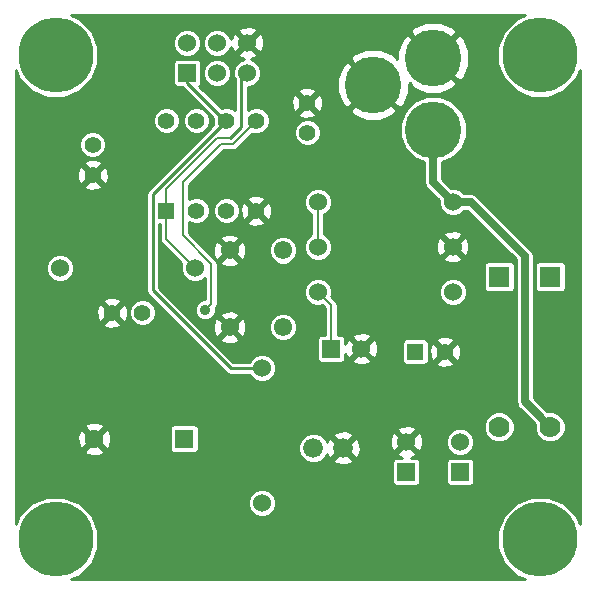
<source format=gbl>
G04 (created by PCBNEW (2013-07-07 BZR 4022)-stable) date 11/10/2014 7:57:12 PM*
%MOIN*%
G04 Gerber Fmt 3.4, Leading zero omitted, Abs format*
%FSLAX34Y34*%
G01*
G70*
G90*
G04 APERTURE LIST*
%ADD10C,0.00590551*%
%ADD11R,0.055X0.055*%
%ADD12C,0.055*%
%ADD13C,0.25*%
%ADD14C,0.189*%
%ADD15C,0.061*%
%ADD16C,0.06*%
%ADD17R,0.06X0.06*%
%ADD18C,0.07*%
%ADD19R,0.07X0.07*%
%ADD20R,0.0629921X0.0629921*%
%ADD21C,0.0629921*%
%ADD22C,0.066*%
%ADD23C,0.035*%
%ADD24C,0.008*%
%ADD25C,0.01*%
%ADD26C,0.025*%
G04 APERTURE END LIST*
G54D10*
G54D11*
X9200Y-10700D03*
G54D12*
X10200Y-10700D03*
X11200Y-10700D03*
X12200Y-10700D03*
X12200Y-7700D03*
X11200Y-7700D03*
X10200Y-7700D03*
X9200Y-7700D03*
G54D13*
X5511Y-21653D03*
X21653Y-21653D03*
X21653Y-5511D03*
X5511Y-5511D03*
G54D12*
X8400Y-14100D03*
X7400Y-14100D03*
X13900Y-8100D03*
X13900Y-7100D03*
X6750Y-8500D03*
X6750Y-9500D03*
G54D14*
X18100Y-5600D03*
X18100Y-8000D03*
X16100Y-6500D03*
G54D15*
X11314Y-14580D03*
X13086Y-14580D03*
X11314Y-12020D03*
X13086Y-12020D03*
G54D16*
X18750Y-10400D03*
X14250Y-10400D03*
X14250Y-11900D03*
X18750Y-11900D03*
X14250Y-13400D03*
X18750Y-13400D03*
G54D17*
X17200Y-19400D03*
G54D16*
X17200Y-18400D03*
G54D17*
X19000Y-19400D03*
G54D16*
X19000Y-18400D03*
G54D17*
X14700Y-15300D03*
G54D16*
X15700Y-15300D03*
G54D18*
X22000Y-17900D03*
G54D19*
X22000Y-12900D03*
G54D18*
X20300Y-17900D03*
G54D19*
X20300Y-12900D03*
G54D17*
X9900Y-6100D03*
G54D16*
X9900Y-5100D03*
X10900Y-6100D03*
X10900Y-5100D03*
X11900Y-6100D03*
X11900Y-5100D03*
G54D11*
X17500Y-15400D03*
G54D12*
X18500Y-15400D03*
G54D16*
X5650Y-12600D03*
X10150Y-12600D03*
G54D20*
X9796Y-18300D03*
G54D21*
X6803Y-18300D03*
G54D16*
X12400Y-15950D03*
X12400Y-20450D03*
G54D22*
X14100Y-18600D03*
X15100Y-18600D03*
G54D23*
X10500Y-14000D03*
G54D24*
X10700Y-13188D02*
X10700Y-12471D01*
X9744Y-11515D02*
X9744Y-11122D01*
X10700Y-12471D02*
X9744Y-11515D01*
X11122Y-8464D02*
X11435Y-8464D01*
X11435Y-8464D02*
X12200Y-7700D01*
X11023Y-8464D02*
X11122Y-8464D01*
X9744Y-9744D02*
X11023Y-8464D01*
X9744Y-11122D02*
X9744Y-9744D01*
X10700Y-13200D02*
X10700Y-13188D01*
X10700Y-13800D02*
X10700Y-13200D01*
X10500Y-14000D02*
X10700Y-13800D01*
G54D25*
X11200Y-7700D02*
X11150Y-7700D01*
X9900Y-6450D02*
X9900Y-6100D01*
X11150Y-7700D02*
X9900Y-6450D01*
X8900Y-10000D02*
X11200Y-7700D01*
X12400Y-15950D02*
X11350Y-15950D01*
X11350Y-15950D02*
X8750Y-13350D01*
X8750Y-10150D02*
X8900Y-10000D01*
X8750Y-13350D02*
X8750Y-10150D01*
G54D24*
X14700Y-15300D02*
X14700Y-13850D01*
X14700Y-13850D02*
X14250Y-13400D01*
X14250Y-11900D02*
X14250Y-10400D01*
X11023Y-8267D02*
X11332Y-8267D01*
X11332Y-8267D02*
X11712Y-7887D01*
X11712Y-6287D02*
X11900Y-6100D01*
X11712Y-7887D02*
X11712Y-6287D01*
X9200Y-10700D02*
X9200Y-9968D01*
X10900Y-8267D02*
X11023Y-8267D01*
X9200Y-9968D02*
X10900Y-8267D01*
G54D25*
X11700Y-7550D02*
X11700Y-6300D01*
X11700Y-7900D02*
X11332Y-8267D01*
X11700Y-7550D02*
X11700Y-7900D01*
X11700Y-6300D02*
X11900Y-6100D01*
G54D24*
X9200Y-10700D02*
X9200Y-11650D01*
X9200Y-11650D02*
X10150Y-12600D01*
G54D26*
X18100Y-8000D02*
X18100Y-9750D01*
X18100Y-9750D02*
X18750Y-10400D01*
X21150Y-13100D02*
X21150Y-12200D01*
X21150Y-13100D02*
X21150Y-17050D01*
X21150Y-17050D02*
X22000Y-17900D01*
X21150Y-12200D02*
X19350Y-10400D01*
X19350Y-10400D02*
X18750Y-10400D01*
X21200Y-17100D02*
X22000Y-17900D01*
G54D24*
X21200Y-17100D02*
X22000Y-17900D01*
G54D10*
G36*
X22983Y-21153D02*
X22858Y-20850D01*
X22520Y-20511D01*
X22520Y-17797D01*
X22520Y-17796D01*
X22520Y-13216D01*
X22520Y-12516D01*
X22494Y-12453D01*
X22446Y-12405D01*
X22383Y-12380D01*
X22316Y-12379D01*
X21616Y-12379D01*
X21553Y-12405D01*
X21505Y-12453D01*
X21480Y-12516D01*
X21479Y-12583D01*
X21479Y-13283D01*
X21505Y-13346D01*
X21553Y-13394D01*
X21616Y-13419D01*
X21683Y-13420D01*
X22383Y-13420D01*
X22446Y-13394D01*
X22494Y-13346D01*
X22519Y-13283D01*
X22520Y-13216D01*
X22520Y-17796D01*
X22441Y-17605D01*
X22294Y-17459D01*
X22103Y-17380D01*
X21897Y-17379D01*
X21445Y-16927D01*
X21445Y-13100D01*
X21445Y-12200D01*
X21422Y-12087D01*
X21358Y-11991D01*
X19558Y-10191D01*
X19462Y-10127D01*
X19350Y-10105D01*
X19295Y-10105D01*
X19295Y-5835D01*
X19294Y-5360D01*
X19114Y-4924D01*
X18951Y-4818D01*
X18881Y-4889D01*
X18881Y-4748D01*
X18775Y-4585D01*
X18335Y-4404D01*
X17860Y-4405D01*
X17424Y-4585D01*
X17318Y-4748D01*
X18100Y-5529D01*
X18881Y-4748D01*
X18881Y-4889D01*
X18170Y-5600D01*
X18951Y-6381D01*
X19114Y-6275D01*
X19295Y-5835D01*
X19295Y-10105D01*
X19119Y-10105D01*
X19016Y-10001D01*
X18843Y-9930D01*
X18697Y-9929D01*
X18395Y-9627D01*
X18395Y-9084D01*
X18730Y-8945D01*
X19044Y-8632D01*
X19214Y-8222D01*
X19215Y-7779D01*
X19045Y-7369D01*
X18881Y-7204D01*
X18881Y-6451D01*
X18100Y-5670D01*
X18094Y-5676D01*
X18029Y-5611D01*
X18023Y-5605D01*
X18029Y-5600D01*
X17248Y-4818D01*
X17085Y-4924D01*
X16904Y-5364D01*
X16905Y-5624D01*
X16881Y-5648D01*
X16775Y-5485D01*
X16335Y-5304D01*
X15860Y-5305D01*
X15424Y-5485D01*
X15318Y-5648D01*
X16100Y-6429D01*
X16105Y-6423D01*
X16176Y-6494D01*
X16170Y-6500D01*
X16951Y-7281D01*
X17114Y-7175D01*
X17295Y-6735D01*
X17294Y-6475D01*
X17318Y-6451D01*
X17424Y-6614D01*
X17864Y-6795D01*
X18339Y-6794D01*
X18775Y-6614D01*
X18881Y-6451D01*
X18881Y-7204D01*
X18732Y-7055D01*
X18322Y-6885D01*
X17879Y-6884D01*
X17469Y-7054D01*
X17155Y-7367D01*
X16985Y-7777D01*
X16984Y-8220D01*
X17154Y-8630D01*
X17467Y-8944D01*
X17805Y-9084D01*
X17805Y-9750D01*
X17827Y-9862D01*
X17891Y-9958D01*
X18280Y-10347D01*
X18279Y-10493D01*
X18351Y-10665D01*
X18483Y-10798D01*
X18656Y-10869D01*
X18843Y-10870D01*
X19015Y-10798D01*
X19119Y-10695D01*
X19227Y-10695D01*
X20855Y-12322D01*
X20855Y-13100D01*
X20855Y-17050D01*
X20877Y-17162D01*
X20941Y-17258D01*
X20991Y-17308D01*
X21480Y-17797D01*
X21479Y-18002D01*
X21558Y-18194D01*
X21705Y-18340D01*
X21896Y-18419D01*
X22102Y-18420D01*
X22294Y-18341D01*
X22440Y-18194D01*
X22519Y-18003D01*
X22520Y-17797D01*
X22520Y-20511D01*
X22458Y-20450D01*
X21937Y-20233D01*
X21372Y-20233D01*
X20850Y-20449D01*
X20820Y-20479D01*
X20820Y-17797D01*
X20820Y-17796D01*
X20820Y-13216D01*
X20820Y-12516D01*
X20794Y-12453D01*
X20746Y-12405D01*
X20683Y-12380D01*
X20616Y-12379D01*
X19916Y-12379D01*
X19853Y-12405D01*
X19805Y-12453D01*
X19780Y-12516D01*
X19779Y-12583D01*
X19779Y-13283D01*
X19805Y-13346D01*
X19853Y-13394D01*
X19916Y-13419D01*
X19983Y-13420D01*
X20683Y-13420D01*
X20746Y-13394D01*
X20794Y-13346D01*
X20819Y-13283D01*
X20820Y-13216D01*
X20820Y-17796D01*
X20741Y-17605D01*
X20594Y-17459D01*
X20403Y-17380D01*
X20197Y-17379D01*
X20005Y-17458D01*
X19859Y-17605D01*
X19780Y-17796D01*
X19779Y-18002D01*
X19858Y-18194D01*
X20005Y-18340D01*
X20196Y-18419D01*
X20402Y-18420D01*
X20594Y-18341D01*
X20740Y-18194D01*
X20819Y-18003D01*
X20820Y-17797D01*
X20820Y-20479D01*
X20450Y-20848D01*
X20233Y-21369D01*
X20233Y-21934D01*
X20449Y-22456D01*
X20848Y-22856D01*
X21153Y-22983D01*
X19470Y-22983D01*
X19470Y-18306D01*
X19398Y-18134D01*
X19304Y-18040D01*
X19304Y-11981D01*
X19293Y-11763D01*
X19231Y-11612D01*
X19135Y-11584D01*
X19065Y-11655D01*
X19065Y-11514D01*
X19037Y-11418D01*
X18831Y-11345D01*
X18613Y-11356D01*
X18462Y-11418D01*
X18434Y-11514D01*
X18750Y-11829D01*
X19065Y-11514D01*
X19065Y-11655D01*
X18820Y-11900D01*
X19135Y-12215D01*
X19231Y-12187D01*
X19304Y-11981D01*
X19304Y-18040D01*
X19266Y-18001D01*
X19220Y-17982D01*
X19220Y-13306D01*
X19148Y-13134D01*
X19065Y-13050D01*
X19065Y-12285D01*
X18750Y-11970D01*
X18679Y-12041D01*
X18679Y-11900D01*
X18364Y-11584D01*
X18268Y-11612D01*
X18195Y-11818D01*
X18206Y-12036D01*
X18268Y-12187D01*
X18364Y-12215D01*
X18679Y-11900D01*
X18679Y-12041D01*
X18434Y-12285D01*
X18462Y-12381D01*
X18668Y-12454D01*
X18886Y-12443D01*
X19037Y-12381D01*
X19065Y-12285D01*
X19065Y-13050D01*
X19016Y-13001D01*
X18843Y-12930D01*
X18656Y-12929D01*
X18484Y-13001D01*
X18351Y-13133D01*
X18280Y-13306D01*
X18279Y-13493D01*
X18351Y-13665D01*
X18483Y-13798D01*
X18656Y-13869D01*
X18843Y-13870D01*
X19015Y-13798D01*
X19148Y-13666D01*
X19219Y-13493D01*
X19220Y-13306D01*
X19220Y-17982D01*
X19093Y-17930D01*
X19029Y-17930D01*
X19029Y-15475D01*
X19018Y-15267D01*
X18960Y-15127D01*
X18867Y-15102D01*
X18797Y-15173D01*
X18797Y-15032D01*
X18772Y-14939D01*
X18575Y-14870D01*
X18367Y-14881D01*
X18227Y-14939D01*
X18202Y-15032D01*
X18500Y-15329D01*
X18797Y-15032D01*
X18797Y-15173D01*
X18570Y-15400D01*
X18867Y-15697D01*
X18960Y-15672D01*
X19029Y-15475D01*
X19029Y-17930D01*
X18906Y-17929D01*
X18797Y-17975D01*
X18797Y-15767D01*
X18500Y-15470D01*
X18429Y-15541D01*
X18429Y-15400D01*
X18132Y-15102D01*
X18039Y-15127D01*
X17970Y-15324D01*
X17981Y-15532D01*
X18039Y-15672D01*
X18132Y-15697D01*
X18429Y-15400D01*
X18429Y-15541D01*
X18202Y-15767D01*
X18227Y-15860D01*
X18424Y-15929D01*
X18632Y-15918D01*
X18772Y-15860D01*
X18797Y-15767D01*
X18797Y-17975D01*
X18734Y-18001D01*
X18601Y-18133D01*
X18530Y-18306D01*
X18529Y-18493D01*
X18601Y-18665D01*
X18733Y-18798D01*
X18906Y-18869D01*
X19093Y-18870D01*
X19265Y-18798D01*
X19398Y-18666D01*
X19469Y-18493D01*
X19470Y-18306D01*
X19470Y-22983D01*
X19470Y-22983D01*
X19470Y-19666D01*
X19470Y-19066D01*
X19444Y-19003D01*
X19396Y-18955D01*
X19333Y-18930D01*
X19266Y-18929D01*
X18666Y-18929D01*
X18603Y-18955D01*
X18555Y-19003D01*
X18530Y-19066D01*
X18529Y-19133D01*
X18529Y-19733D01*
X18555Y-19796D01*
X18603Y-19844D01*
X18666Y-19869D01*
X18733Y-19870D01*
X19333Y-19870D01*
X19396Y-19844D01*
X19444Y-19796D01*
X19469Y-19733D01*
X19470Y-19666D01*
X19470Y-22983D01*
X17945Y-22983D01*
X17945Y-15641D01*
X17945Y-15091D01*
X17919Y-15028D01*
X17871Y-14980D01*
X17808Y-14955D01*
X17741Y-14954D01*
X17191Y-14954D01*
X17128Y-14980D01*
X17080Y-15028D01*
X17055Y-15091D01*
X17054Y-15158D01*
X17054Y-15708D01*
X17080Y-15771D01*
X17128Y-15819D01*
X17191Y-15844D01*
X17258Y-15845D01*
X17808Y-15845D01*
X17871Y-15819D01*
X17919Y-15771D01*
X17944Y-15708D01*
X17945Y-15641D01*
X17945Y-22983D01*
X17754Y-22983D01*
X17754Y-18481D01*
X17743Y-18263D01*
X17681Y-18112D01*
X17585Y-18084D01*
X17515Y-18155D01*
X17515Y-18014D01*
X17487Y-17918D01*
X17281Y-17845D01*
X17063Y-17856D01*
X16912Y-17918D01*
X16884Y-18014D01*
X17200Y-18329D01*
X17515Y-18014D01*
X17515Y-18155D01*
X17270Y-18400D01*
X17585Y-18715D01*
X17681Y-18687D01*
X17754Y-18481D01*
X17754Y-22983D01*
X17670Y-22983D01*
X17670Y-19666D01*
X17670Y-19066D01*
X17644Y-19003D01*
X17596Y-18955D01*
X17533Y-18930D01*
X17466Y-18929D01*
X17370Y-18929D01*
X17487Y-18881D01*
X17515Y-18785D01*
X17200Y-18470D01*
X17129Y-18541D01*
X17129Y-18400D01*
X16881Y-18151D01*
X16881Y-7351D01*
X16100Y-6570D01*
X16029Y-6641D01*
X16029Y-6500D01*
X15248Y-5718D01*
X15085Y-5824D01*
X14904Y-6264D01*
X14905Y-6739D01*
X15085Y-7175D01*
X15248Y-7281D01*
X16029Y-6500D01*
X16029Y-6641D01*
X15318Y-7351D01*
X15424Y-7514D01*
X15864Y-7695D01*
X16339Y-7694D01*
X16775Y-7514D01*
X16881Y-7351D01*
X16881Y-18151D01*
X16814Y-18084D01*
X16718Y-18112D01*
X16645Y-18318D01*
X16656Y-18536D01*
X16718Y-18687D01*
X16814Y-18715D01*
X17129Y-18400D01*
X17129Y-18541D01*
X16884Y-18785D01*
X16912Y-18881D01*
X17048Y-18929D01*
X16866Y-18929D01*
X16803Y-18955D01*
X16755Y-19003D01*
X16730Y-19066D01*
X16729Y-19133D01*
X16729Y-19733D01*
X16755Y-19796D01*
X16803Y-19844D01*
X16866Y-19869D01*
X16933Y-19870D01*
X17533Y-19870D01*
X17596Y-19844D01*
X17644Y-19796D01*
X17669Y-19733D01*
X17670Y-19666D01*
X17670Y-22983D01*
X16254Y-22983D01*
X16254Y-15381D01*
X16243Y-15163D01*
X16181Y-15012D01*
X16085Y-14984D01*
X16015Y-15055D01*
X16015Y-14914D01*
X15987Y-14818D01*
X15781Y-14745D01*
X15563Y-14756D01*
X15412Y-14818D01*
X15384Y-14914D01*
X15700Y-15229D01*
X16015Y-14914D01*
X16015Y-15055D01*
X15770Y-15300D01*
X16085Y-15615D01*
X16181Y-15587D01*
X16254Y-15381D01*
X16254Y-22983D01*
X16015Y-22983D01*
X16015Y-15685D01*
X15700Y-15370D01*
X15629Y-15441D01*
X15629Y-15300D01*
X15314Y-14984D01*
X15218Y-15012D01*
X15170Y-15148D01*
X15170Y-14966D01*
X15144Y-14903D01*
X15096Y-14855D01*
X15033Y-14830D01*
X14966Y-14829D01*
X14910Y-14829D01*
X14910Y-13850D01*
X14894Y-13769D01*
X14848Y-13701D01*
X14696Y-13549D01*
X14719Y-13493D01*
X14720Y-13306D01*
X14720Y-11806D01*
X14648Y-11634D01*
X14516Y-11501D01*
X14460Y-11478D01*
X14460Y-10821D01*
X14515Y-10798D01*
X14648Y-10666D01*
X14719Y-10493D01*
X14720Y-10306D01*
X14648Y-10134D01*
X14516Y-10001D01*
X14429Y-9965D01*
X14429Y-7175D01*
X14418Y-6967D01*
X14360Y-6827D01*
X14267Y-6802D01*
X14197Y-6873D01*
X14197Y-6732D01*
X14172Y-6639D01*
X13975Y-6570D01*
X13767Y-6581D01*
X13627Y-6639D01*
X13602Y-6732D01*
X13900Y-7029D01*
X14197Y-6732D01*
X14197Y-6873D01*
X13970Y-7100D01*
X14267Y-7397D01*
X14360Y-7372D01*
X14429Y-7175D01*
X14429Y-9965D01*
X14345Y-9930D01*
X14345Y-8011D01*
X14277Y-7848D01*
X14197Y-7767D01*
X14197Y-7467D01*
X13900Y-7170D01*
X13829Y-7241D01*
X13829Y-7100D01*
X13532Y-6802D01*
X13439Y-6827D01*
X13370Y-7024D01*
X13381Y-7232D01*
X13439Y-7372D01*
X13532Y-7397D01*
X13829Y-7100D01*
X13829Y-7241D01*
X13602Y-7467D01*
X13627Y-7560D01*
X13824Y-7629D01*
X14032Y-7618D01*
X14172Y-7560D01*
X14197Y-7467D01*
X14197Y-7767D01*
X14152Y-7722D01*
X13988Y-7655D01*
X13811Y-7654D01*
X13648Y-7722D01*
X13522Y-7847D01*
X13455Y-8011D01*
X13454Y-8188D01*
X13522Y-8351D01*
X13647Y-8477D01*
X13811Y-8544D01*
X13988Y-8545D01*
X14151Y-8477D01*
X14277Y-8352D01*
X14344Y-8188D01*
X14345Y-8011D01*
X14345Y-9930D01*
X14343Y-9930D01*
X14156Y-9929D01*
X13984Y-10001D01*
X13851Y-10133D01*
X13780Y-10306D01*
X13779Y-10493D01*
X13851Y-10665D01*
X13983Y-10798D01*
X14040Y-10821D01*
X14040Y-11478D01*
X13984Y-11501D01*
X13851Y-11633D01*
X13780Y-11806D01*
X13779Y-11993D01*
X13851Y-12165D01*
X13983Y-12298D01*
X14156Y-12369D01*
X14343Y-12370D01*
X14515Y-12298D01*
X14648Y-12166D01*
X14719Y-11993D01*
X14720Y-11806D01*
X14720Y-13306D01*
X14648Y-13134D01*
X14516Y-13001D01*
X14343Y-12930D01*
X14156Y-12929D01*
X13984Y-13001D01*
X13851Y-13133D01*
X13780Y-13306D01*
X13779Y-13493D01*
X13851Y-13665D01*
X13983Y-13798D01*
X14156Y-13869D01*
X14343Y-13870D01*
X14399Y-13846D01*
X14490Y-13936D01*
X14490Y-14829D01*
X14366Y-14829D01*
X14303Y-14855D01*
X14255Y-14903D01*
X14230Y-14966D01*
X14229Y-15033D01*
X14229Y-15633D01*
X14255Y-15696D01*
X14303Y-15744D01*
X14366Y-15769D01*
X14433Y-15770D01*
X15033Y-15770D01*
X15096Y-15744D01*
X15144Y-15696D01*
X15169Y-15633D01*
X15170Y-15566D01*
X15170Y-15470D01*
X15218Y-15587D01*
X15314Y-15615D01*
X15629Y-15300D01*
X15629Y-15441D01*
X15384Y-15685D01*
X15412Y-15781D01*
X15618Y-15854D01*
X15836Y-15843D01*
X15987Y-15781D01*
X16015Y-15685D01*
X16015Y-22983D01*
X15684Y-22983D01*
X15684Y-18688D01*
X15674Y-18458D01*
X15606Y-18294D01*
X15507Y-18263D01*
X15436Y-18333D01*
X15436Y-18192D01*
X15405Y-18093D01*
X15188Y-18015D01*
X14958Y-18025D01*
X14794Y-18093D01*
X14763Y-18192D01*
X15100Y-18529D01*
X15436Y-18192D01*
X15436Y-18333D01*
X15170Y-18600D01*
X15507Y-18936D01*
X15606Y-18905D01*
X15684Y-18688D01*
X15684Y-22983D01*
X15436Y-22983D01*
X15436Y-19007D01*
X15100Y-18670D01*
X15029Y-18741D01*
X15029Y-18600D01*
X14692Y-18263D01*
X14593Y-18294D01*
X14556Y-18396D01*
X14524Y-18317D01*
X14383Y-18176D01*
X14199Y-18100D01*
X14000Y-18099D01*
X13817Y-18175D01*
X13676Y-18316D01*
X13600Y-18500D01*
X13599Y-18699D01*
X13675Y-18882D01*
X13816Y-19023D01*
X14000Y-19099D01*
X14199Y-19100D01*
X14382Y-19024D01*
X14523Y-18883D01*
X14554Y-18810D01*
X14593Y-18905D01*
X14692Y-18936D01*
X15029Y-18600D01*
X15029Y-18741D01*
X14763Y-19007D01*
X14794Y-19106D01*
X15011Y-19184D01*
X15241Y-19174D01*
X15405Y-19106D01*
X15436Y-19007D01*
X15436Y-22983D01*
X13561Y-22983D01*
X13561Y-14485D01*
X13561Y-11925D01*
X13488Y-11751D01*
X13355Y-11617D01*
X13180Y-11545D01*
X12991Y-11544D01*
X12817Y-11617D01*
X12729Y-11704D01*
X12729Y-10775D01*
X12718Y-10567D01*
X12660Y-10427D01*
X12567Y-10402D01*
X12497Y-10473D01*
X12497Y-10332D01*
X12472Y-10239D01*
X12275Y-10170D01*
X12067Y-10181D01*
X11927Y-10239D01*
X11902Y-10332D01*
X12200Y-10629D01*
X12497Y-10332D01*
X12497Y-10473D01*
X12270Y-10700D01*
X12567Y-10997D01*
X12660Y-10972D01*
X12729Y-10775D01*
X12729Y-11704D01*
X12683Y-11750D01*
X12611Y-11925D01*
X12610Y-12114D01*
X12683Y-12288D01*
X12816Y-12422D01*
X12991Y-12494D01*
X13180Y-12495D01*
X13354Y-12422D01*
X13488Y-12289D01*
X13560Y-12114D01*
X13561Y-11925D01*
X13561Y-14485D01*
X13488Y-14311D01*
X13355Y-14177D01*
X13180Y-14105D01*
X12991Y-14104D01*
X12817Y-14177D01*
X12683Y-14310D01*
X12611Y-14485D01*
X12610Y-14674D01*
X12683Y-14848D01*
X12816Y-14982D01*
X12991Y-15054D01*
X13180Y-15055D01*
X13354Y-14982D01*
X13488Y-14849D01*
X13560Y-14674D01*
X13561Y-14485D01*
X13561Y-22983D01*
X12870Y-22983D01*
X12870Y-20356D01*
X12870Y-15856D01*
X12798Y-15684D01*
X12666Y-15551D01*
X12497Y-15481D01*
X12497Y-11067D01*
X12200Y-10770D01*
X12129Y-10841D01*
X12129Y-10700D01*
X11832Y-10402D01*
X11739Y-10427D01*
X11670Y-10624D01*
X11681Y-10832D01*
X11739Y-10972D01*
X11832Y-10997D01*
X12129Y-10700D01*
X12129Y-10841D01*
X11902Y-11067D01*
X11927Y-11160D01*
X12124Y-11229D01*
X12332Y-11218D01*
X12472Y-11160D01*
X12497Y-11067D01*
X12497Y-15481D01*
X12493Y-15480D01*
X12306Y-15479D01*
X12134Y-15551D01*
X12001Y-15683D01*
X11982Y-15730D01*
X11873Y-15730D01*
X11873Y-14662D01*
X11873Y-12102D01*
X11862Y-11882D01*
X11799Y-11729D01*
X11703Y-11701D01*
X11645Y-11759D01*
X11645Y-10611D01*
X11577Y-10448D01*
X11452Y-10322D01*
X11288Y-10255D01*
X11111Y-10254D01*
X10948Y-10322D01*
X10822Y-10447D01*
X10755Y-10611D01*
X10754Y-10788D01*
X10822Y-10951D01*
X10947Y-11077D01*
X11111Y-11144D01*
X11288Y-11145D01*
X11451Y-11077D01*
X11577Y-10952D01*
X11644Y-10788D01*
X11645Y-10611D01*
X11645Y-11759D01*
X11632Y-11771D01*
X11632Y-11630D01*
X11604Y-11534D01*
X11396Y-11460D01*
X11176Y-11471D01*
X11023Y-11534D01*
X10995Y-11630D01*
X11314Y-11949D01*
X11632Y-11630D01*
X11632Y-11771D01*
X11384Y-12020D01*
X11703Y-12338D01*
X11799Y-12310D01*
X11873Y-12102D01*
X11873Y-14662D01*
X11862Y-14442D01*
X11799Y-14289D01*
X11703Y-14261D01*
X11632Y-14331D01*
X11632Y-14190D01*
X11632Y-12409D01*
X11314Y-12090D01*
X10995Y-12409D01*
X11023Y-12505D01*
X11231Y-12579D01*
X11451Y-12568D01*
X11604Y-12505D01*
X11632Y-12409D01*
X11632Y-14190D01*
X11604Y-14094D01*
X11396Y-14020D01*
X11176Y-14031D01*
X11023Y-14094D01*
X10995Y-14190D01*
X11314Y-14509D01*
X11632Y-14190D01*
X11632Y-14331D01*
X11384Y-14580D01*
X11703Y-14898D01*
X11799Y-14870D01*
X11873Y-14662D01*
X11873Y-15730D01*
X11632Y-15730D01*
X11632Y-14969D01*
X11314Y-14650D01*
X11243Y-14721D01*
X11243Y-14580D01*
X10924Y-14261D01*
X10828Y-14289D01*
X10754Y-14497D01*
X10765Y-14717D01*
X10828Y-14870D01*
X10924Y-14898D01*
X11243Y-14580D01*
X11243Y-14721D01*
X10995Y-14969D01*
X11023Y-15065D01*
X11231Y-15139D01*
X11451Y-15128D01*
X11604Y-15065D01*
X11632Y-14969D01*
X11632Y-15730D01*
X11441Y-15730D01*
X8970Y-13258D01*
X8970Y-11145D01*
X8990Y-11145D01*
X8990Y-11650D01*
X9005Y-11730D01*
X9051Y-11798D01*
X9703Y-12450D01*
X9680Y-12506D01*
X9679Y-12693D01*
X9751Y-12865D01*
X9883Y-12998D01*
X10056Y-13069D01*
X10243Y-13070D01*
X10415Y-12998D01*
X10490Y-12924D01*
X10490Y-13188D01*
X10490Y-13200D01*
X10490Y-13654D01*
X10431Y-13654D01*
X10304Y-13707D01*
X10207Y-13804D01*
X10155Y-13931D01*
X10154Y-14068D01*
X10207Y-14195D01*
X10304Y-14292D01*
X10431Y-14344D01*
X10568Y-14345D01*
X10695Y-14292D01*
X10792Y-14195D01*
X10844Y-14068D01*
X10845Y-13951D01*
X10848Y-13948D01*
X10848Y-13948D01*
X10848Y-13948D01*
X10875Y-13907D01*
X10894Y-13880D01*
X10894Y-13880D01*
X10910Y-13800D01*
X10910Y-13200D01*
X10910Y-13188D01*
X10910Y-12471D01*
X10894Y-12391D01*
X10894Y-12391D01*
X10848Y-12323D01*
X10848Y-12323D01*
X10839Y-12313D01*
X10924Y-12338D01*
X11243Y-12020D01*
X10924Y-11701D01*
X10828Y-11729D01*
X10754Y-11937D01*
X10765Y-12157D01*
X10823Y-12297D01*
X9954Y-11428D01*
X9954Y-11122D01*
X9954Y-11079D01*
X10111Y-11144D01*
X10288Y-11145D01*
X10451Y-11077D01*
X10577Y-10952D01*
X10644Y-10788D01*
X10645Y-10611D01*
X10577Y-10448D01*
X10452Y-10322D01*
X10288Y-10255D01*
X10111Y-10254D01*
X9954Y-10320D01*
X9954Y-9831D01*
X11110Y-8674D01*
X11122Y-8674D01*
X11435Y-8674D01*
X11515Y-8658D01*
X11583Y-8613D01*
X12069Y-8127D01*
X12111Y-8144D01*
X12288Y-8145D01*
X12451Y-8077D01*
X12577Y-7952D01*
X12644Y-7788D01*
X12645Y-7611D01*
X12577Y-7448D01*
X12454Y-7325D01*
X12454Y-5181D01*
X12443Y-4963D01*
X12381Y-4812D01*
X12285Y-4784D01*
X12215Y-4855D01*
X12215Y-4714D01*
X12187Y-4618D01*
X11981Y-4545D01*
X11763Y-4556D01*
X11612Y-4618D01*
X11584Y-4714D01*
X11900Y-5029D01*
X12215Y-4714D01*
X12215Y-4855D01*
X11970Y-5100D01*
X12285Y-5415D01*
X12381Y-5387D01*
X12454Y-5181D01*
X12454Y-7325D01*
X12452Y-7322D01*
X12288Y-7255D01*
X12111Y-7254D01*
X11948Y-7322D01*
X11922Y-7348D01*
X11922Y-6570D01*
X11993Y-6570D01*
X12165Y-6498D01*
X12298Y-6366D01*
X12369Y-6193D01*
X12370Y-6006D01*
X12298Y-5834D01*
X12166Y-5701D01*
X12028Y-5644D01*
X12036Y-5643D01*
X12187Y-5581D01*
X12215Y-5485D01*
X11900Y-5170D01*
X11829Y-5241D01*
X11829Y-5100D01*
X11514Y-4784D01*
X11418Y-4812D01*
X11358Y-4979D01*
X11298Y-4834D01*
X11166Y-4701D01*
X10993Y-4630D01*
X10806Y-4629D01*
X10634Y-4701D01*
X10501Y-4833D01*
X10430Y-5006D01*
X10429Y-5193D01*
X10501Y-5365D01*
X10633Y-5498D01*
X10806Y-5569D01*
X10993Y-5570D01*
X11165Y-5498D01*
X11298Y-5366D01*
X11355Y-5228D01*
X11356Y-5236D01*
X11418Y-5387D01*
X11514Y-5415D01*
X11829Y-5100D01*
X11829Y-5241D01*
X11584Y-5485D01*
X11612Y-5581D01*
X11779Y-5641D01*
X11634Y-5701D01*
X11501Y-5833D01*
X11430Y-6006D01*
X11429Y-6193D01*
X11480Y-6314D01*
X11480Y-7350D01*
X11452Y-7322D01*
X11370Y-7288D01*
X11370Y-6006D01*
X11298Y-5834D01*
X11166Y-5701D01*
X10993Y-5630D01*
X10806Y-5629D01*
X10634Y-5701D01*
X10501Y-5833D01*
X10430Y-6006D01*
X10429Y-6193D01*
X10501Y-6365D01*
X10633Y-6498D01*
X10806Y-6569D01*
X10993Y-6570D01*
X11165Y-6498D01*
X11298Y-6366D01*
X11369Y-6193D01*
X11370Y-6006D01*
X11370Y-7288D01*
X11288Y-7255D01*
X11111Y-7254D01*
X11044Y-7282D01*
X10370Y-6608D01*
X10370Y-5006D01*
X10298Y-4834D01*
X10166Y-4701D01*
X9993Y-4630D01*
X9806Y-4629D01*
X9634Y-4701D01*
X9501Y-4833D01*
X9430Y-5006D01*
X9429Y-5193D01*
X9501Y-5365D01*
X9633Y-5498D01*
X9806Y-5569D01*
X9993Y-5570D01*
X10165Y-5498D01*
X10298Y-5366D01*
X10369Y-5193D01*
X10370Y-5006D01*
X10370Y-6608D01*
X10300Y-6539D01*
X10344Y-6496D01*
X10369Y-6433D01*
X10370Y-6366D01*
X10370Y-5766D01*
X10344Y-5703D01*
X10296Y-5655D01*
X10233Y-5630D01*
X10166Y-5629D01*
X9566Y-5629D01*
X9503Y-5655D01*
X9455Y-5703D01*
X9430Y-5766D01*
X9429Y-5833D01*
X9429Y-6433D01*
X9455Y-6496D01*
X9503Y-6544D01*
X9566Y-6569D01*
X9633Y-6570D01*
X9720Y-6570D01*
X9720Y-6570D01*
X9744Y-6605D01*
X10755Y-7616D01*
X10754Y-7788D01*
X10768Y-7820D01*
X10645Y-7943D01*
X10645Y-7611D01*
X10577Y-7448D01*
X10452Y-7322D01*
X10288Y-7255D01*
X10111Y-7254D01*
X9948Y-7322D01*
X9822Y-7447D01*
X9755Y-7611D01*
X9754Y-7788D01*
X9822Y-7951D01*
X9947Y-8077D01*
X10111Y-8144D01*
X10288Y-8145D01*
X10451Y-8077D01*
X10577Y-7952D01*
X10644Y-7788D01*
X10645Y-7611D01*
X10645Y-7943D01*
X9645Y-8943D01*
X9645Y-7611D01*
X9577Y-7448D01*
X9452Y-7322D01*
X9288Y-7255D01*
X9111Y-7254D01*
X8948Y-7322D01*
X8822Y-7447D01*
X8755Y-7611D01*
X8754Y-7788D01*
X8822Y-7951D01*
X8947Y-8077D01*
X9111Y-8144D01*
X9288Y-8145D01*
X9451Y-8077D01*
X9577Y-7952D01*
X9644Y-7788D01*
X9645Y-7611D01*
X9645Y-8943D01*
X8744Y-9844D01*
X8744Y-9844D01*
X8594Y-9994D01*
X8546Y-10065D01*
X8530Y-10150D01*
X8530Y-13350D01*
X8546Y-13434D01*
X8594Y-13505D01*
X11194Y-16105D01*
X11194Y-16105D01*
X11230Y-16129D01*
X11265Y-16153D01*
X11265Y-16153D01*
X11350Y-16170D01*
X11982Y-16170D01*
X12001Y-16215D01*
X12133Y-16348D01*
X12306Y-16419D01*
X12493Y-16420D01*
X12665Y-16348D01*
X12798Y-16216D01*
X12869Y-16043D01*
X12870Y-15856D01*
X12870Y-20356D01*
X12798Y-20184D01*
X12666Y-20051D01*
X12493Y-19980D01*
X12306Y-19979D01*
X12134Y-20051D01*
X12001Y-20183D01*
X11930Y-20356D01*
X11929Y-20543D01*
X12001Y-20715D01*
X12133Y-20848D01*
X12306Y-20919D01*
X12493Y-20920D01*
X12665Y-20848D01*
X12798Y-20716D01*
X12869Y-20543D01*
X12870Y-20356D01*
X12870Y-22983D01*
X10281Y-22983D01*
X10281Y-18581D01*
X10281Y-17951D01*
X10255Y-17888D01*
X10207Y-17841D01*
X10144Y-17815D01*
X10077Y-17815D01*
X9447Y-17815D01*
X9384Y-17840D01*
X9337Y-17888D01*
X9311Y-17951D01*
X9311Y-18018D01*
X9311Y-18648D01*
X9336Y-18711D01*
X9384Y-18758D01*
X9447Y-18784D01*
X9514Y-18784D01*
X10144Y-18784D01*
X10207Y-18759D01*
X10255Y-18711D01*
X10280Y-18648D01*
X10281Y-18581D01*
X10281Y-22983D01*
X8845Y-22983D01*
X8845Y-14011D01*
X8777Y-13848D01*
X8652Y-13722D01*
X8488Y-13655D01*
X8311Y-13654D01*
X8148Y-13722D01*
X8022Y-13847D01*
X7955Y-14011D01*
X7954Y-14188D01*
X8022Y-14351D01*
X8147Y-14477D01*
X8311Y-14544D01*
X8488Y-14545D01*
X8651Y-14477D01*
X8777Y-14352D01*
X8844Y-14188D01*
X8845Y-14011D01*
X8845Y-22983D01*
X7929Y-22983D01*
X7929Y-14175D01*
X7918Y-13967D01*
X7860Y-13827D01*
X7767Y-13802D01*
X7697Y-13873D01*
X7697Y-13732D01*
X7672Y-13639D01*
X7475Y-13570D01*
X7279Y-13580D01*
X7279Y-9575D01*
X7268Y-9367D01*
X7210Y-9227D01*
X7195Y-9223D01*
X7195Y-8411D01*
X7127Y-8248D01*
X7002Y-8122D01*
X6838Y-8055D01*
X6661Y-8054D01*
X6498Y-8122D01*
X6372Y-8247D01*
X6305Y-8411D01*
X6304Y-8588D01*
X6372Y-8751D01*
X6497Y-8877D01*
X6661Y-8944D01*
X6838Y-8945D01*
X7001Y-8877D01*
X7127Y-8752D01*
X7194Y-8588D01*
X7195Y-8411D01*
X7195Y-9223D01*
X7117Y-9202D01*
X7047Y-9273D01*
X7047Y-9132D01*
X7022Y-9039D01*
X6825Y-8970D01*
X6617Y-8981D01*
X6477Y-9039D01*
X6452Y-9132D01*
X6750Y-9429D01*
X7047Y-9132D01*
X7047Y-9273D01*
X6820Y-9500D01*
X7117Y-9797D01*
X7210Y-9772D01*
X7279Y-9575D01*
X7279Y-13580D01*
X7267Y-13581D01*
X7127Y-13639D01*
X7102Y-13732D01*
X7400Y-14029D01*
X7697Y-13732D01*
X7697Y-13873D01*
X7470Y-14100D01*
X7767Y-14397D01*
X7860Y-14372D01*
X7929Y-14175D01*
X7929Y-22983D01*
X7697Y-22983D01*
X7697Y-14467D01*
X7400Y-14170D01*
X7329Y-14241D01*
X7329Y-14100D01*
X7047Y-13817D01*
X7047Y-9867D01*
X6750Y-9570D01*
X6679Y-9641D01*
X6679Y-9500D01*
X6382Y-9202D01*
X6289Y-9227D01*
X6220Y-9424D01*
X6231Y-9632D01*
X6289Y-9772D01*
X6382Y-9797D01*
X6679Y-9500D01*
X6679Y-9641D01*
X6452Y-9867D01*
X6477Y-9960D01*
X6674Y-10029D01*
X6882Y-10018D01*
X7022Y-9960D01*
X7047Y-9867D01*
X7047Y-13817D01*
X7032Y-13802D01*
X6939Y-13827D01*
X6870Y-14024D01*
X6881Y-14232D01*
X6939Y-14372D01*
X7032Y-14397D01*
X7329Y-14100D01*
X7329Y-14241D01*
X7102Y-14467D01*
X7127Y-14560D01*
X7324Y-14629D01*
X7532Y-14618D01*
X7672Y-14560D01*
X7697Y-14467D01*
X7697Y-22983D01*
X7373Y-22983D01*
X7373Y-18385D01*
X7362Y-18160D01*
X7297Y-18003D01*
X7200Y-17973D01*
X7129Y-18044D01*
X7129Y-17903D01*
X7100Y-17806D01*
X6889Y-17730D01*
X6664Y-17741D01*
X6507Y-17806D01*
X6477Y-17903D01*
X6803Y-18229D01*
X7129Y-17903D01*
X7129Y-18044D01*
X6874Y-18300D01*
X7200Y-18626D01*
X7297Y-18596D01*
X7373Y-18385D01*
X7373Y-22983D01*
X7129Y-22983D01*
X7129Y-18696D01*
X6803Y-18370D01*
X6733Y-18441D01*
X6733Y-18300D01*
X6407Y-17973D01*
X6310Y-18003D01*
X6234Y-18214D01*
X6244Y-18439D01*
X6310Y-18596D01*
X6407Y-18626D01*
X6733Y-18300D01*
X6733Y-18441D01*
X6477Y-18696D01*
X6507Y-18793D01*
X6718Y-18869D01*
X6943Y-18858D01*
X7100Y-18793D01*
X7129Y-18696D01*
X7129Y-22983D01*
X6011Y-22983D01*
X6315Y-22858D01*
X6714Y-22458D01*
X6931Y-21937D01*
X6932Y-21372D01*
X6716Y-20850D01*
X6317Y-20450D01*
X6120Y-20368D01*
X6120Y-12506D01*
X6048Y-12334D01*
X5916Y-12201D01*
X5743Y-12130D01*
X5556Y-12129D01*
X5384Y-12201D01*
X5251Y-12333D01*
X5180Y-12506D01*
X5179Y-12693D01*
X5251Y-12865D01*
X5383Y-12998D01*
X5556Y-13069D01*
X5743Y-13070D01*
X5915Y-12998D01*
X6048Y-12866D01*
X6119Y-12693D01*
X6120Y-12506D01*
X6120Y-20368D01*
X5795Y-20233D01*
X5230Y-20233D01*
X4708Y-20449D01*
X4308Y-20848D01*
X4182Y-21153D01*
X4182Y-6011D01*
X4307Y-6315D01*
X4706Y-6714D01*
X5228Y-6931D01*
X5793Y-6932D01*
X6315Y-6716D01*
X6714Y-6317D01*
X6931Y-5795D01*
X6932Y-5230D01*
X6716Y-4708D01*
X6317Y-4308D01*
X6012Y-4182D01*
X21153Y-4182D01*
X20850Y-4307D01*
X20450Y-4706D01*
X20233Y-5228D01*
X20233Y-5793D01*
X20449Y-6315D01*
X20848Y-6714D01*
X21369Y-6931D01*
X21934Y-6932D01*
X22456Y-6716D01*
X22856Y-6317D01*
X22983Y-6012D01*
X22983Y-21153D01*
X22983Y-21153D01*
G37*
G54D25*
X22983Y-21153D02*
X22858Y-20850D01*
X22520Y-20511D01*
X22520Y-17797D01*
X22520Y-17796D01*
X22520Y-13216D01*
X22520Y-12516D01*
X22494Y-12453D01*
X22446Y-12405D01*
X22383Y-12380D01*
X22316Y-12379D01*
X21616Y-12379D01*
X21553Y-12405D01*
X21505Y-12453D01*
X21480Y-12516D01*
X21479Y-12583D01*
X21479Y-13283D01*
X21505Y-13346D01*
X21553Y-13394D01*
X21616Y-13419D01*
X21683Y-13420D01*
X22383Y-13420D01*
X22446Y-13394D01*
X22494Y-13346D01*
X22519Y-13283D01*
X22520Y-13216D01*
X22520Y-17796D01*
X22441Y-17605D01*
X22294Y-17459D01*
X22103Y-17380D01*
X21897Y-17379D01*
X21445Y-16927D01*
X21445Y-13100D01*
X21445Y-12200D01*
X21422Y-12087D01*
X21358Y-11991D01*
X19558Y-10191D01*
X19462Y-10127D01*
X19350Y-10105D01*
X19295Y-10105D01*
X19295Y-5835D01*
X19294Y-5360D01*
X19114Y-4924D01*
X18951Y-4818D01*
X18881Y-4889D01*
X18881Y-4748D01*
X18775Y-4585D01*
X18335Y-4404D01*
X17860Y-4405D01*
X17424Y-4585D01*
X17318Y-4748D01*
X18100Y-5529D01*
X18881Y-4748D01*
X18881Y-4889D01*
X18170Y-5600D01*
X18951Y-6381D01*
X19114Y-6275D01*
X19295Y-5835D01*
X19295Y-10105D01*
X19119Y-10105D01*
X19016Y-10001D01*
X18843Y-9930D01*
X18697Y-9929D01*
X18395Y-9627D01*
X18395Y-9084D01*
X18730Y-8945D01*
X19044Y-8632D01*
X19214Y-8222D01*
X19215Y-7779D01*
X19045Y-7369D01*
X18881Y-7204D01*
X18881Y-6451D01*
X18100Y-5670D01*
X18094Y-5676D01*
X18029Y-5611D01*
X18023Y-5605D01*
X18029Y-5600D01*
X17248Y-4818D01*
X17085Y-4924D01*
X16904Y-5364D01*
X16905Y-5624D01*
X16881Y-5648D01*
X16775Y-5485D01*
X16335Y-5304D01*
X15860Y-5305D01*
X15424Y-5485D01*
X15318Y-5648D01*
X16100Y-6429D01*
X16105Y-6423D01*
X16176Y-6494D01*
X16170Y-6500D01*
X16951Y-7281D01*
X17114Y-7175D01*
X17295Y-6735D01*
X17294Y-6475D01*
X17318Y-6451D01*
X17424Y-6614D01*
X17864Y-6795D01*
X18339Y-6794D01*
X18775Y-6614D01*
X18881Y-6451D01*
X18881Y-7204D01*
X18732Y-7055D01*
X18322Y-6885D01*
X17879Y-6884D01*
X17469Y-7054D01*
X17155Y-7367D01*
X16985Y-7777D01*
X16984Y-8220D01*
X17154Y-8630D01*
X17467Y-8944D01*
X17805Y-9084D01*
X17805Y-9750D01*
X17827Y-9862D01*
X17891Y-9958D01*
X18280Y-10347D01*
X18279Y-10493D01*
X18351Y-10665D01*
X18483Y-10798D01*
X18656Y-10869D01*
X18843Y-10870D01*
X19015Y-10798D01*
X19119Y-10695D01*
X19227Y-10695D01*
X20855Y-12322D01*
X20855Y-13100D01*
X20855Y-17050D01*
X20877Y-17162D01*
X20941Y-17258D01*
X20991Y-17308D01*
X21480Y-17797D01*
X21479Y-18002D01*
X21558Y-18194D01*
X21705Y-18340D01*
X21896Y-18419D01*
X22102Y-18420D01*
X22294Y-18341D01*
X22440Y-18194D01*
X22519Y-18003D01*
X22520Y-17797D01*
X22520Y-20511D01*
X22458Y-20450D01*
X21937Y-20233D01*
X21372Y-20233D01*
X20850Y-20449D01*
X20820Y-20479D01*
X20820Y-17797D01*
X20820Y-17796D01*
X20820Y-13216D01*
X20820Y-12516D01*
X20794Y-12453D01*
X20746Y-12405D01*
X20683Y-12380D01*
X20616Y-12379D01*
X19916Y-12379D01*
X19853Y-12405D01*
X19805Y-12453D01*
X19780Y-12516D01*
X19779Y-12583D01*
X19779Y-13283D01*
X19805Y-13346D01*
X19853Y-13394D01*
X19916Y-13419D01*
X19983Y-13420D01*
X20683Y-13420D01*
X20746Y-13394D01*
X20794Y-13346D01*
X20819Y-13283D01*
X20820Y-13216D01*
X20820Y-17796D01*
X20741Y-17605D01*
X20594Y-17459D01*
X20403Y-17380D01*
X20197Y-17379D01*
X20005Y-17458D01*
X19859Y-17605D01*
X19780Y-17796D01*
X19779Y-18002D01*
X19858Y-18194D01*
X20005Y-18340D01*
X20196Y-18419D01*
X20402Y-18420D01*
X20594Y-18341D01*
X20740Y-18194D01*
X20819Y-18003D01*
X20820Y-17797D01*
X20820Y-20479D01*
X20450Y-20848D01*
X20233Y-21369D01*
X20233Y-21934D01*
X20449Y-22456D01*
X20848Y-22856D01*
X21153Y-22983D01*
X19470Y-22983D01*
X19470Y-18306D01*
X19398Y-18134D01*
X19304Y-18040D01*
X19304Y-11981D01*
X19293Y-11763D01*
X19231Y-11612D01*
X19135Y-11584D01*
X19065Y-11655D01*
X19065Y-11514D01*
X19037Y-11418D01*
X18831Y-11345D01*
X18613Y-11356D01*
X18462Y-11418D01*
X18434Y-11514D01*
X18750Y-11829D01*
X19065Y-11514D01*
X19065Y-11655D01*
X18820Y-11900D01*
X19135Y-12215D01*
X19231Y-12187D01*
X19304Y-11981D01*
X19304Y-18040D01*
X19266Y-18001D01*
X19220Y-17982D01*
X19220Y-13306D01*
X19148Y-13134D01*
X19065Y-13050D01*
X19065Y-12285D01*
X18750Y-11970D01*
X18679Y-12041D01*
X18679Y-11900D01*
X18364Y-11584D01*
X18268Y-11612D01*
X18195Y-11818D01*
X18206Y-12036D01*
X18268Y-12187D01*
X18364Y-12215D01*
X18679Y-11900D01*
X18679Y-12041D01*
X18434Y-12285D01*
X18462Y-12381D01*
X18668Y-12454D01*
X18886Y-12443D01*
X19037Y-12381D01*
X19065Y-12285D01*
X19065Y-13050D01*
X19016Y-13001D01*
X18843Y-12930D01*
X18656Y-12929D01*
X18484Y-13001D01*
X18351Y-13133D01*
X18280Y-13306D01*
X18279Y-13493D01*
X18351Y-13665D01*
X18483Y-13798D01*
X18656Y-13869D01*
X18843Y-13870D01*
X19015Y-13798D01*
X19148Y-13666D01*
X19219Y-13493D01*
X19220Y-13306D01*
X19220Y-17982D01*
X19093Y-17930D01*
X19029Y-17930D01*
X19029Y-15475D01*
X19018Y-15267D01*
X18960Y-15127D01*
X18867Y-15102D01*
X18797Y-15173D01*
X18797Y-15032D01*
X18772Y-14939D01*
X18575Y-14870D01*
X18367Y-14881D01*
X18227Y-14939D01*
X18202Y-15032D01*
X18500Y-15329D01*
X18797Y-15032D01*
X18797Y-15173D01*
X18570Y-15400D01*
X18867Y-15697D01*
X18960Y-15672D01*
X19029Y-15475D01*
X19029Y-17930D01*
X18906Y-17929D01*
X18797Y-17975D01*
X18797Y-15767D01*
X18500Y-15470D01*
X18429Y-15541D01*
X18429Y-15400D01*
X18132Y-15102D01*
X18039Y-15127D01*
X17970Y-15324D01*
X17981Y-15532D01*
X18039Y-15672D01*
X18132Y-15697D01*
X18429Y-15400D01*
X18429Y-15541D01*
X18202Y-15767D01*
X18227Y-15860D01*
X18424Y-15929D01*
X18632Y-15918D01*
X18772Y-15860D01*
X18797Y-15767D01*
X18797Y-17975D01*
X18734Y-18001D01*
X18601Y-18133D01*
X18530Y-18306D01*
X18529Y-18493D01*
X18601Y-18665D01*
X18733Y-18798D01*
X18906Y-18869D01*
X19093Y-18870D01*
X19265Y-18798D01*
X19398Y-18666D01*
X19469Y-18493D01*
X19470Y-18306D01*
X19470Y-22983D01*
X19470Y-22983D01*
X19470Y-19666D01*
X19470Y-19066D01*
X19444Y-19003D01*
X19396Y-18955D01*
X19333Y-18930D01*
X19266Y-18929D01*
X18666Y-18929D01*
X18603Y-18955D01*
X18555Y-19003D01*
X18530Y-19066D01*
X18529Y-19133D01*
X18529Y-19733D01*
X18555Y-19796D01*
X18603Y-19844D01*
X18666Y-19869D01*
X18733Y-19870D01*
X19333Y-19870D01*
X19396Y-19844D01*
X19444Y-19796D01*
X19469Y-19733D01*
X19470Y-19666D01*
X19470Y-22983D01*
X17945Y-22983D01*
X17945Y-15641D01*
X17945Y-15091D01*
X17919Y-15028D01*
X17871Y-14980D01*
X17808Y-14955D01*
X17741Y-14954D01*
X17191Y-14954D01*
X17128Y-14980D01*
X17080Y-15028D01*
X17055Y-15091D01*
X17054Y-15158D01*
X17054Y-15708D01*
X17080Y-15771D01*
X17128Y-15819D01*
X17191Y-15844D01*
X17258Y-15845D01*
X17808Y-15845D01*
X17871Y-15819D01*
X17919Y-15771D01*
X17944Y-15708D01*
X17945Y-15641D01*
X17945Y-22983D01*
X17754Y-22983D01*
X17754Y-18481D01*
X17743Y-18263D01*
X17681Y-18112D01*
X17585Y-18084D01*
X17515Y-18155D01*
X17515Y-18014D01*
X17487Y-17918D01*
X17281Y-17845D01*
X17063Y-17856D01*
X16912Y-17918D01*
X16884Y-18014D01*
X17200Y-18329D01*
X17515Y-18014D01*
X17515Y-18155D01*
X17270Y-18400D01*
X17585Y-18715D01*
X17681Y-18687D01*
X17754Y-18481D01*
X17754Y-22983D01*
X17670Y-22983D01*
X17670Y-19666D01*
X17670Y-19066D01*
X17644Y-19003D01*
X17596Y-18955D01*
X17533Y-18930D01*
X17466Y-18929D01*
X17370Y-18929D01*
X17487Y-18881D01*
X17515Y-18785D01*
X17200Y-18470D01*
X17129Y-18541D01*
X17129Y-18400D01*
X16881Y-18151D01*
X16881Y-7351D01*
X16100Y-6570D01*
X16029Y-6641D01*
X16029Y-6500D01*
X15248Y-5718D01*
X15085Y-5824D01*
X14904Y-6264D01*
X14905Y-6739D01*
X15085Y-7175D01*
X15248Y-7281D01*
X16029Y-6500D01*
X16029Y-6641D01*
X15318Y-7351D01*
X15424Y-7514D01*
X15864Y-7695D01*
X16339Y-7694D01*
X16775Y-7514D01*
X16881Y-7351D01*
X16881Y-18151D01*
X16814Y-18084D01*
X16718Y-18112D01*
X16645Y-18318D01*
X16656Y-18536D01*
X16718Y-18687D01*
X16814Y-18715D01*
X17129Y-18400D01*
X17129Y-18541D01*
X16884Y-18785D01*
X16912Y-18881D01*
X17048Y-18929D01*
X16866Y-18929D01*
X16803Y-18955D01*
X16755Y-19003D01*
X16730Y-19066D01*
X16729Y-19133D01*
X16729Y-19733D01*
X16755Y-19796D01*
X16803Y-19844D01*
X16866Y-19869D01*
X16933Y-19870D01*
X17533Y-19870D01*
X17596Y-19844D01*
X17644Y-19796D01*
X17669Y-19733D01*
X17670Y-19666D01*
X17670Y-22983D01*
X16254Y-22983D01*
X16254Y-15381D01*
X16243Y-15163D01*
X16181Y-15012D01*
X16085Y-14984D01*
X16015Y-15055D01*
X16015Y-14914D01*
X15987Y-14818D01*
X15781Y-14745D01*
X15563Y-14756D01*
X15412Y-14818D01*
X15384Y-14914D01*
X15700Y-15229D01*
X16015Y-14914D01*
X16015Y-15055D01*
X15770Y-15300D01*
X16085Y-15615D01*
X16181Y-15587D01*
X16254Y-15381D01*
X16254Y-22983D01*
X16015Y-22983D01*
X16015Y-15685D01*
X15700Y-15370D01*
X15629Y-15441D01*
X15629Y-15300D01*
X15314Y-14984D01*
X15218Y-15012D01*
X15170Y-15148D01*
X15170Y-14966D01*
X15144Y-14903D01*
X15096Y-14855D01*
X15033Y-14830D01*
X14966Y-14829D01*
X14910Y-14829D01*
X14910Y-13850D01*
X14894Y-13769D01*
X14848Y-13701D01*
X14696Y-13549D01*
X14719Y-13493D01*
X14720Y-13306D01*
X14720Y-11806D01*
X14648Y-11634D01*
X14516Y-11501D01*
X14460Y-11478D01*
X14460Y-10821D01*
X14515Y-10798D01*
X14648Y-10666D01*
X14719Y-10493D01*
X14720Y-10306D01*
X14648Y-10134D01*
X14516Y-10001D01*
X14429Y-9965D01*
X14429Y-7175D01*
X14418Y-6967D01*
X14360Y-6827D01*
X14267Y-6802D01*
X14197Y-6873D01*
X14197Y-6732D01*
X14172Y-6639D01*
X13975Y-6570D01*
X13767Y-6581D01*
X13627Y-6639D01*
X13602Y-6732D01*
X13900Y-7029D01*
X14197Y-6732D01*
X14197Y-6873D01*
X13970Y-7100D01*
X14267Y-7397D01*
X14360Y-7372D01*
X14429Y-7175D01*
X14429Y-9965D01*
X14345Y-9930D01*
X14345Y-8011D01*
X14277Y-7848D01*
X14197Y-7767D01*
X14197Y-7467D01*
X13900Y-7170D01*
X13829Y-7241D01*
X13829Y-7100D01*
X13532Y-6802D01*
X13439Y-6827D01*
X13370Y-7024D01*
X13381Y-7232D01*
X13439Y-7372D01*
X13532Y-7397D01*
X13829Y-7100D01*
X13829Y-7241D01*
X13602Y-7467D01*
X13627Y-7560D01*
X13824Y-7629D01*
X14032Y-7618D01*
X14172Y-7560D01*
X14197Y-7467D01*
X14197Y-7767D01*
X14152Y-7722D01*
X13988Y-7655D01*
X13811Y-7654D01*
X13648Y-7722D01*
X13522Y-7847D01*
X13455Y-8011D01*
X13454Y-8188D01*
X13522Y-8351D01*
X13647Y-8477D01*
X13811Y-8544D01*
X13988Y-8545D01*
X14151Y-8477D01*
X14277Y-8352D01*
X14344Y-8188D01*
X14345Y-8011D01*
X14345Y-9930D01*
X14343Y-9930D01*
X14156Y-9929D01*
X13984Y-10001D01*
X13851Y-10133D01*
X13780Y-10306D01*
X13779Y-10493D01*
X13851Y-10665D01*
X13983Y-10798D01*
X14040Y-10821D01*
X14040Y-11478D01*
X13984Y-11501D01*
X13851Y-11633D01*
X13780Y-11806D01*
X13779Y-11993D01*
X13851Y-12165D01*
X13983Y-12298D01*
X14156Y-12369D01*
X14343Y-12370D01*
X14515Y-12298D01*
X14648Y-12166D01*
X14719Y-11993D01*
X14720Y-11806D01*
X14720Y-13306D01*
X14648Y-13134D01*
X14516Y-13001D01*
X14343Y-12930D01*
X14156Y-12929D01*
X13984Y-13001D01*
X13851Y-13133D01*
X13780Y-13306D01*
X13779Y-13493D01*
X13851Y-13665D01*
X13983Y-13798D01*
X14156Y-13869D01*
X14343Y-13870D01*
X14399Y-13846D01*
X14490Y-13936D01*
X14490Y-14829D01*
X14366Y-14829D01*
X14303Y-14855D01*
X14255Y-14903D01*
X14230Y-14966D01*
X14229Y-15033D01*
X14229Y-15633D01*
X14255Y-15696D01*
X14303Y-15744D01*
X14366Y-15769D01*
X14433Y-15770D01*
X15033Y-15770D01*
X15096Y-15744D01*
X15144Y-15696D01*
X15169Y-15633D01*
X15170Y-15566D01*
X15170Y-15470D01*
X15218Y-15587D01*
X15314Y-15615D01*
X15629Y-15300D01*
X15629Y-15441D01*
X15384Y-15685D01*
X15412Y-15781D01*
X15618Y-15854D01*
X15836Y-15843D01*
X15987Y-15781D01*
X16015Y-15685D01*
X16015Y-22983D01*
X15684Y-22983D01*
X15684Y-18688D01*
X15674Y-18458D01*
X15606Y-18294D01*
X15507Y-18263D01*
X15436Y-18333D01*
X15436Y-18192D01*
X15405Y-18093D01*
X15188Y-18015D01*
X14958Y-18025D01*
X14794Y-18093D01*
X14763Y-18192D01*
X15100Y-18529D01*
X15436Y-18192D01*
X15436Y-18333D01*
X15170Y-18600D01*
X15507Y-18936D01*
X15606Y-18905D01*
X15684Y-18688D01*
X15684Y-22983D01*
X15436Y-22983D01*
X15436Y-19007D01*
X15100Y-18670D01*
X15029Y-18741D01*
X15029Y-18600D01*
X14692Y-18263D01*
X14593Y-18294D01*
X14556Y-18396D01*
X14524Y-18317D01*
X14383Y-18176D01*
X14199Y-18100D01*
X14000Y-18099D01*
X13817Y-18175D01*
X13676Y-18316D01*
X13600Y-18500D01*
X13599Y-18699D01*
X13675Y-18882D01*
X13816Y-19023D01*
X14000Y-19099D01*
X14199Y-19100D01*
X14382Y-19024D01*
X14523Y-18883D01*
X14554Y-18810D01*
X14593Y-18905D01*
X14692Y-18936D01*
X15029Y-18600D01*
X15029Y-18741D01*
X14763Y-19007D01*
X14794Y-19106D01*
X15011Y-19184D01*
X15241Y-19174D01*
X15405Y-19106D01*
X15436Y-19007D01*
X15436Y-22983D01*
X13561Y-22983D01*
X13561Y-14485D01*
X13561Y-11925D01*
X13488Y-11751D01*
X13355Y-11617D01*
X13180Y-11545D01*
X12991Y-11544D01*
X12817Y-11617D01*
X12729Y-11704D01*
X12729Y-10775D01*
X12718Y-10567D01*
X12660Y-10427D01*
X12567Y-10402D01*
X12497Y-10473D01*
X12497Y-10332D01*
X12472Y-10239D01*
X12275Y-10170D01*
X12067Y-10181D01*
X11927Y-10239D01*
X11902Y-10332D01*
X12200Y-10629D01*
X12497Y-10332D01*
X12497Y-10473D01*
X12270Y-10700D01*
X12567Y-10997D01*
X12660Y-10972D01*
X12729Y-10775D01*
X12729Y-11704D01*
X12683Y-11750D01*
X12611Y-11925D01*
X12610Y-12114D01*
X12683Y-12288D01*
X12816Y-12422D01*
X12991Y-12494D01*
X13180Y-12495D01*
X13354Y-12422D01*
X13488Y-12289D01*
X13560Y-12114D01*
X13561Y-11925D01*
X13561Y-14485D01*
X13488Y-14311D01*
X13355Y-14177D01*
X13180Y-14105D01*
X12991Y-14104D01*
X12817Y-14177D01*
X12683Y-14310D01*
X12611Y-14485D01*
X12610Y-14674D01*
X12683Y-14848D01*
X12816Y-14982D01*
X12991Y-15054D01*
X13180Y-15055D01*
X13354Y-14982D01*
X13488Y-14849D01*
X13560Y-14674D01*
X13561Y-14485D01*
X13561Y-22983D01*
X12870Y-22983D01*
X12870Y-20356D01*
X12870Y-15856D01*
X12798Y-15684D01*
X12666Y-15551D01*
X12497Y-15481D01*
X12497Y-11067D01*
X12200Y-10770D01*
X12129Y-10841D01*
X12129Y-10700D01*
X11832Y-10402D01*
X11739Y-10427D01*
X11670Y-10624D01*
X11681Y-10832D01*
X11739Y-10972D01*
X11832Y-10997D01*
X12129Y-10700D01*
X12129Y-10841D01*
X11902Y-11067D01*
X11927Y-11160D01*
X12124Y-11229D01*
X12332Y-11218D01*
X12472Y-11160D01*
X12497Y-11067D01*
X12497Y-15481D01*
X12493Y-15480D01*
X12306Y-15479D01*
X12134Y-15551D01*
X12001Y-15683D01*
X11982Y-15730D01*
X11873Y-15730D01*
X11873Y-14662D01*
X11873Y-12102D01*
X11862Y-11882D01*
X11799Y-11729D01*
X11703Y-11701D01*
X11645Y-11759D01*
X11645Y-10611D01*
X11577Y-10448D01*
X11452Y-10322D01*
X11288Y-10255D01*
X11111Y-10254D01*
X10948Y-10322D01*
X10822Y-10447D01*
X10755Y-10611D01*
X10754Y-10788D01*
X10822Y-10951D01*
X10947Y-11077D01*
X11111Y-11144D01*
X11288Y-11145D01*
X11451Y-11077D01*
X11577Y-10952D01*
X11644Y-10788D01*
X11645Y-10611D01*
X11645Y-11759D01*
X11632Y-11771D01*
X11632Y-11630D01*
X11604Y-11534D01*
X11396Y-11460D01*
X11176Y-11471D01*
X11023Y-11534D01*
X10995Y-11630D01*
X11314Y-11949D01*
X11632Y-11630D01*
X11632Y-11771D01*
X11384Y-12020D01*
X11703Y-12338D01*
X11799Y-12310D01*
X11873Y-12102D01*
X11873Y-14662D01*
X11862Y-14442D01*
X11799Y-14289D01*
X11703Y-14261D01*
X11632Y-14331D01*
X11632Y-14190D01*
X11632Y-12409D01*
X11314Y-12090D01*
X10995Y-12409D01*
X11023Y-12505D01*
X11231Y-12579D01*
X11451Y-12568D01*
X11604Y-12505D01*
X11632Y-12409D01*
X11632Y-14190D01*
X11604Y-14094D01*
X11396Y-14020D01*
X11176Y-14031D01*
X11023Y-14094D01*
X10995Y-14190D01*
X11314Y-14509D01*
X11632Y-14190D01*
X11632Y-14331D01*
X11384Y-14580D01*
X11703Y-14898D01*
X11799Y-14870D01*
X11873Y-14662D01*
X11873Y-15730D01*
X11632Y-15730D01*
X11632Y-14969D01*
X11314Y-14650D01*
X11243Y-14721D01*
X11243Y-14580D01*
X10924Y-14261D01*
X10828Y-14289D01*
X10754Y-14497D01*
X10765Y-14717D01*
X10828Y-14870D01*
X10924Y-14898D01*
X11243Y-14580D01*
X11243Y-14721D01*
X10995Y-14969D01*
X11023Y-15065D01*
X11231Y-15139D01*
X11451Y-15128D01*
X11604Y-15065D01*
X11632Y-14969D01*
X11632Y-15730D01*
X11441Y-15730D01*
X8970Y-13258D01*
X8970Y-11145D01*
X8990Y-11145D01*
X8990Y-11650D01*
X9005Y-11730D01*
X9051Y-11798D01*
X9703Y-12450D01*
X9680Y-12506D01*
X9679Y-12693D01*
X9751Y-12865D01*
X9883Y-12998D01*
X10056Y-13069D01*
X10243Y-13070D01*
X10415Y-12998D01*
X10490Y-12924D01*
X10490Y-13188D01*
X10490Y-13200D01*
X10490Y-13654D01*
X10431Y-13654D01*
X10304Y-13707D01*
X10207Y-13804D01*
X10155Y-13931D01*
X10154Y-14068D01*
X10207Y-14195D01*
X10304Y-14292D01*
X10431Y-14344D01*
X10568Y-14345D01*
X10695Y-14292D01*
X10792Y-14195D01*
X10844Y-14068D01*
X10845Y-13951D01*
X10848Y-13948D01*
X10848Y-13948D01*
X10848Y-13948D01*
X10875Y-13907D01*
X10894Y-13880D01*
X10894Y-13880D01*
X10910Y-13800D01*
X10910Y-13200D01*
X10910Y-13188D01*
X10910Y-12471D01*
X10894Y-12391D01*
X10894Y-12391D01*
X10848Y-12323D01*
X10848Y-12323D01*
X10839Y-12313D01*
X10924Y-12338D01*
X11243Y-12020D01*
X10924Y-11701D01*
X10828Y-11729D01*
X10754Y-11937D01*
X10765Y-12157D01*
X10823Y-12297D01*
X9954Y-11428D01*
X9954Y-11122D01*
X9954Y-11079D01*
X10111Y-11144D01*
X10288Y-11145D01*
X10451Y-11077D01*
X10577Y-10952D01*
X10644Y-10788D01*
X10645Y-10611D01*
X10577Y-10448D01*
X10452Y-10322D01*
X10288Y-10255D01*
X10111Y-10254D01*
X9954Y-10320D01*
X9954Y-9831D01*
X11110Y-8674D01*
X11122Y-8674D01*
X11435Y-8674D01*
X11515Y-8658D01*
X11583Y-8613D01*
X12069Y-8127D01*
X12111Y-8144D01*
X12288Y-8145D01*
X12451Y-8077D01*
X12577Y-7952D01*
X12644Y-7788D01*
X12645Y-7611D01*
X12577Y-7448D01*
X12454Y-7325D01*
X12454Y-5181D01*
X12443Y-4963D01*
X12381Y-4812D01*
X12285Y-4784D01*
X12215Y-4855D01*
X12215Y-4714D01*
X12187Y-4618D01*
X11981Y-4545D01*
X11763Y-4556D01*
X11612Y-4618D01*
X11584Y-4714D01*
X11900Y-5029D01*
X12215Y-4714D01*
X12215Y-4855D01*
X11970Y-5100D01*
X12285Y-5415D01*
X12381Y-5387D01*
X12454Y-5181D01*
X12454Y-7325D01*
X12452Y-7322D01*
X12288Y-7255D01*
X12111Y-7254D01*
X11948Y-7322D01*
X11922Y-7348D01*
X11922Y-6570D01*
X11993Y-6570D01*
X12165Y-6498D01*
X12298Y-6366D01*
X12369Y-6193D01*
X12370Y-6006D01*
X12298Y-5834D01*
X12166Y-5701D01*
X12028Y-5644D01*
X12036Y-5643D01*
X12187Y-5581D01*
X12215Y-5485D01*
X11900Y-5170D01*
X11829Y-5241D01*
X11829Y-5100D01*
X11514Y-4784D01*
X11418Y-4812D01*
X11358Y-4979D01*
X11298Y-4834D01*
X11166Y-4701D01*
X10993Y-4630D01*
X10806Y-4629D01*
X10634Y-4701D01*
X10501Y-4833D01*
X10430Y-5006D01*
X10429Y-5193D01*
X10501Y-5365D01*
X10633Y-5498D01*
X10806Y-5569D01*
X10993Y-5570D01*
X11165Y-5498D01*
X11298Y-5366D01*
X11355Y-5228D01*
X11356Y-5236D01*
X11418Y-5387D01*
X11514Y-5415D01*
X11829Y-5100D01*
X11829Y-5241D01*
X11584Y-5485D01*
X11612Y-5581D01*
X11779Y-5641D01*
X11634Y-5701D01*
X11501Y-5833D01*
X11430Y-6006D01*
X11429Y-6193D01*
X11480Y-6314D01*
X11480Y-7350D01*
X11452Y-7322D01*
X11370Y-7288D01*
X11370Y-6006D01*
X11298Y-5834D01*
X11166Y-5701D01*
X10993Y-5630D01*
X10806Y-5629D01*
X10634Y-5701D01*
X10501Y-5833D01*
X10430Y-6006D01*
X10429Y-6193D01*
X10501Y-6365D01*
X10633Y-6498D01*
X10806Y-6569D01*
X10993Y-6570D01*
X11165Y-6498D01*
X11298Y-6366D01*
X11369Y-6193D01*
X11370Y-6006D01*
X11370Y-7288D01*
X11288Y-7255D01*
X11111Y-7254D01*
X11044Y-7282D01*
X10370Y-6608D01*
X10370Y-5006D01*
X10298Y-4834D01*
X10166Y-4701D01*
X9993Y-4630D01*
X9806Y-4629D01*
X9634Y-4701D01*
X9501Y-4833D01*
X9430Y-5006D01*
X9429Y-5193D01*
X9501Y-5365D01*
X9633Y-5498D01*
X9806Y-5569D01*
X9993Y-5570D01*
X10165Y-5498D01*
X10298Y-5366D01*
X10369Y-5193D01*
X10370Y-5006D01*
X10370Y-6608D01*
X10300Y-6539D01*
X10344Y-6496D01*
X10369Y-6433D01*
X10370Y-6366D01*
X10370Y-5766D01*
X10344Y-5703D01*
X10296Y-5655D01*
X10233Y-5630D01*
X10166Y-5629D01*
X9566Y-5629D01*
X9503Y-5655D01*
X9455Y-5703D01*
X9430Y-5766D01*
X9429Y-5833D01*
X9429Y-6433D01*
X9455Y-6496D01*
X9503Y-6544D01*
X9566Y-6569D01*
X9633Y-6570D01*
X9720Y-6570D01*
X9720Y-6570D01*
X9744Y-6605D01*
X10755Y-7616D01*
X10754Y-7788D01*
X10768Y-7820D01*
X10645Y-7943D01*
X10645Y-7611D01*
X10577Y-7448D01*
X10452Y-7322D01*
X10288Y-7255D01*
X10111Y-7254D01*
X9948Y-7322D01*
X9822Y-7447D01*
X9755Y-7611D01*
X9754Y-7788D01*
X9822Y-7951D01*
X9947Y-8077D01*
X10111Y-8144D01*
X10288Y-8145D01*
X10451Y-8077D01*
X10577Y-7952D01*
X10644Y-7788D01*
X10645Y-7611D01*
X10645Y-7943D01*
X9645Y-8943D01*
X9645Y-7611D01*
X9577Y-7448D01*
X9452Y-7322D01*
X9288Y-7255D01*
X9111Y-7254D01*
X8948Y-7322D01*
X8822Y-7447D01*
X8755Y-7611D01*
X8754Y-7788D01*
X8822Y-7951D01*
X8947Y-8077D01*
X9111Y-8144D01*
X9288Y-8145D01*
X9451Y-8077D01*
X9577Y-7952D01*
X9644Y-7788D01*
X9645Y-7611D01*
X9645Y-8943D01*
X8744Y-9844D01*
X8744Y-9844D01*
X8594Y-9994D01*
X8546Y-10065D01*
X8530Y-10150D01*
X8530Y-13350D01*
X8546Y-13434D01*
X8594Y-13505D01*
X11194Y-16105D01*
X11194Y-16105D01*
X11230Y-16129D01*
X11265Y-16153D01*
X11265Y-16153D01*
X11350Y-16170D01*
X11982Y-16170D01*
X12001Y-16215D01*
X12133Y-16348D01*
X12306Y-16419D01*
X12493Y-16420D01*
X12665Y-16348D01*
X12798Y-16216D01*
X12869Y-16043D01*
X12870Y-15856D01*
X12870Y-20356D01*
X12798Y-20184D01*
X12666Y-20051D01*
X12493Y-19980D01*
X12306Y-19979D01*
X12134Y-20051D01*
X12001Y-20183D01*
X11930Y-20356D01*
X11929Y-20543D01*
X12001Y-20715D01*
X12133Y-20848D01*
X12306Y-20919D01*
X12493Y-20920D01*
X12665Y-20848D01*
X12798Y-20716D01*
X12869Y-20543D01*
X12870Y-20356D01*
X12870Y-22983D01*
X10281Y-22983D01*
X10281Y-18581D01*
X10281Y-17951D01*
X10255Y-17888D01*
X10207Y-17841D01*
X10144Y-17815D01*
X10077Y-17815D01*
X9447Y-17815D01*
X9384Y-17840D01*
X9337Y-17888D01*
X9311Y-17951D01*
X9311Y-18018D01*
X9311Y-18648D01*
X9336Y-18711D01*
X9384Y-18758D01*
X9447Y-18784D01*
X9514Y-18784D01*
X10144Y-18784D01*
X10207Y-18759D01*
X10255Y-18711D01*
X10280Y-18648D01*
X10281Y-18581D01*
X10281Y-22983D01*
X8845Y-22983D01*
X8845Y-14011D01*
X8777Y-13848D01*
X8652Y-13722D01*
X8488Y-13655D01*
X8311Y-13654D01*
X8148Y-13722D01*
X8022Y-13847D01*
X7955Y-14011D01*
X7954Y-14188D01*
X8022Y-14351D01*
X8147Y-14477D01*
X8311Y-14544D01*
X8488Y-14545D01*
X8651Y-14477D01*
X8777Y-14352D01*
X8844Y-14188D01*
X8845Y-14011D01*
X8845Y-22983D01*
X7929Y-22983D01*
X7929Y-14175D01*
X7918Y-13967D01*
X7860Y-13827D01*
X7767Y-13802D01*
X7697Y-13873D01*
X7697Y-13732D01*
X7672Y-13639D01*
X7475Y-13570D01*
X7279Y-13580D01*
X7279Y-9575D01*
X7268Y-9367D01*
X7210Y-9227D01*
X7195Y-9223D01*
X7195Y-8411D01*
X7127Y-8248D01*
X7002Y-8122D01*
X6838Y-8055D01*
X6661Y-8054D01*
X6498Y-8122D01*
X6372Y-8247D01*
X6305Y-8411D01*
X6304Y-8588D01*
X6372Y-8751D01*
X6497Y-8877D01*
X6661Y-8944D01*
X6838Y-8945D01*
X7001Y-8877D01*
X7127Y-8752D01*
X7194Y-8588D01*
X7195Y-8411D01*
X7195Y-9223D01*
X7117Y-9202D01*
X7047Y-9273D01*
X7047Y-9132D01*
X7022Y-9039D01*
X6825Y-8970D01*
X6617Y-8981D01*
X6477Y-9039D01*
X6452Y-9132D01*
X6750Y-9429D01*
X7047Y-9132D01*
X7047Y-9273D01*
X6820Y-9500D01*
X7117Y-9797D01*
X7210Y-9772D01*
X7279Y-9575D01*
X7279Y-13580D01*
X7267Y-13581D01*
X7127Y-13639D01*
X7102Y-13732D01*
X7400Y-14029D01*
X7697Y-13732D01*
X7697Y-13873D01*
X7470Y-14100D01*
X7767Y-14397D01*
X7860Y-14372D01*
X7929Y-14175D01*
X7929Y-22983D01*
X7697Y-22983D01*
X7697Y-14467D01*
X7400Y-14170D01*
X7329Y-14241D01*
X7329Y-14100D01*
X7047Y-13817D01*
X7047Y-9867D01*
X6750Y-9570D01*
X6679Y-9641D01*
X6679Y-9500D01*
X6382Y-9202D01*
X6289Y-9227D01*
X6220Y-9424D01*
X6231Y-9632D01*
X6289Y-9772D01*
X6382Y-9797D01*
X6679Y-9500D01*
X6679Y-9641D01*
X6452Y-9867D01*
X6477Y-9960D01*
X6674Y-10029D01*
X6882Y-10018D01*
X7022Y-9960D01*
X7047Y-9867D01*
X7047Y-13817D01*
X7032Y-13802D01*
X6939Y-13827D01*
X6870Y-14024D01*
X6881Y-14232D01*
X6939Y-14372D01*
X7032Y-14397D01*
X7329Y-14100D01*
X7329Y-14241D01*
X7102Y-14467D01*
X7127Y-14560D01*
X7324Y-14629D01*
X7532Y-14618D01*
X7672Y-14560D01*
X7697Y-14467D01*
X7697Y-22983D01*
X7373Y-22983D01*
X7373Y-18385D01*
X7362Y-18160D01*
X7297Y-18003D01*
X7200Y-17973D01*
X7129Y-18044D01*
X7129Y-17903D01*
X7100Y-17806D01*
X6889Y-17730D01*
X6664Y-17741D01*
X6507Y-17806D01*
X6477Y-17903D01*
X6803Y-18229D01*
X7129Y-17903D01*
X7129Y-18044D01*
X6874Y-18300D01*
X7200Y-18626D01*
X7297Y-18596D01*
X7373Y-18385D01*
X7373Y-22983D01*
X7129Y-22983D01*
X7129Y-18696D01*
X6803Y-18370D01*
X6733Y-18441D01*
X6733Y-18300D01*
X6407Y-17973D01*
X6310Y-18003D01*
X6234Y-18214D01*
X6244Y-18439D01*
X6310Y-18596D01*
X6407Y-18626D01*
X6733Y-18300D01*
X6733Y-18441D01*
X6477Y-18696D01*
X6507Y-18793D01*
X6718Y-18869D01*
X6943Y-18858D01*
X7100Y-18793D01*
X7129Y-18696D01*
X7129Y-22983D01*
X6011Y-22983D01*
X6315Y-22858D01*
X6714Y-22458D01*
X6931Y-21937D01*
X6932Y-21372D01*
X6716Y-20850D01*
X6317Y-20450D01*
X6120Y-20368D01*
X6120Y-12506D01*
X6048Y-12334D01*
X5916Y-12201D01*
X5743Y-12130D01*
X5556Y-12129D01*
X5384Y-12201D01*
X5251Y-12333D01*
X5180Y-12506D01*
X5179Y-12693D01*
X5251Y-12865D01*
X5383Y-12998D01*
X5556Y-13069D01*
X5743Y-13070D01*
X5915Y-12998D01*
X6048Y-12866D01*
X6119Y-12693D01*
X6120Y-12506D01*
X6120Y-20368D01*
X5795Y-20233D01*
X5230Y-20233D01*
X4708Y-20449D01*
X4308Y-20848D01*
X4182Y-21153D01*
X4182Y-6011D01*
X4307Y-6315D01*
X4706Y-6714D01*
X5228Y-6931D01*
X5793Y-6932D01*
X6315Y-6716D01*
X6714Y-6317D01*
X6931Y-5795D01*
X6932Y-5230D01*
X6716Y-4708D01*
X6317Y-4308D01*
X6012Y-4182D01*
X21153Y-4182D01*
X20850Y-4307D01*
X20450Y-4706D01*
X20233Y-5228D01*
X20233Y-5793D01*
X20449Y-6315D01*
X20848Y-6714D01*
X21369Y-6931D01*
X21934Y-6932D01*
X22456Y-6716D01*
X22856Y-6317D01*
X22983Y-6012D01*
X22983Y-21153D01*
M02*

</source>
